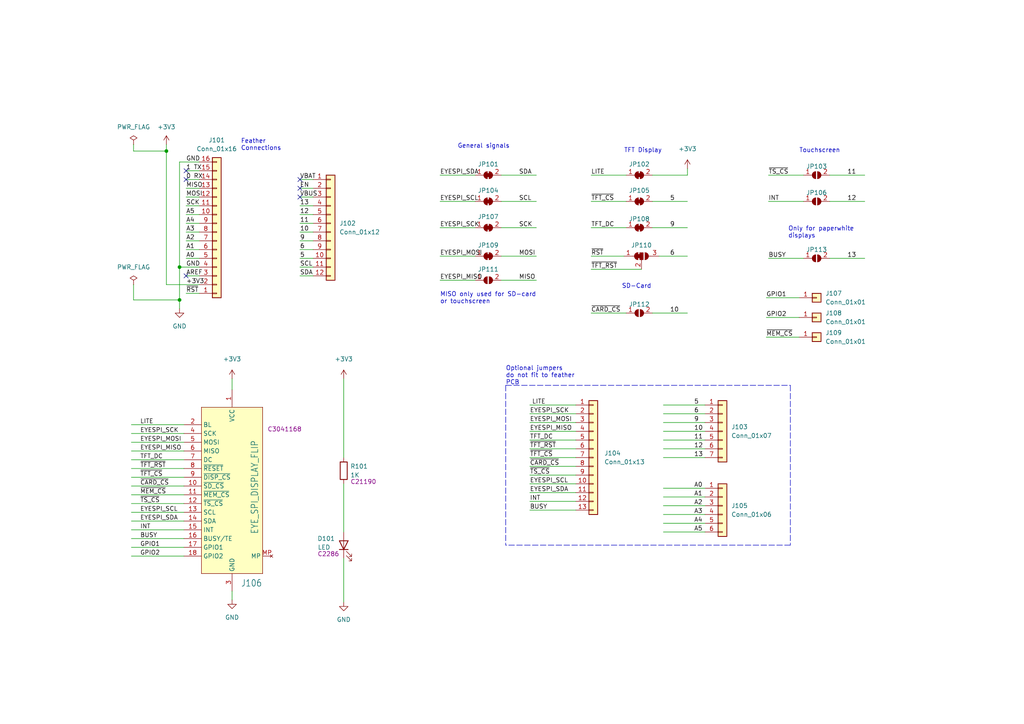
<source format=kicad_sch>
(kicad_sch (version 20211123) (generator eeschema)
  (paper "A4")
  (title_block (title "EYESPI Feather Wing") (date "2023-01-01") (rev "1.0") (company "Resterampe Berlin") (comment 3 "https://creativecommons.org/licenses/by-nc/4.0") (comment 4 "License CC BY-NC 4.0"))
  (lib_symbols
    (symbol "Connector_Generic:Conn_01x01" (pin_names (offset 1.016) hide)
      (property "Reference" "J" (at 0 2.54 0))
      (property "Value" "Conn_01x01" (at 0 -2.54 0))
      (symbol "Conn_01x01_1_1"
        (rectangle (start -1.27 0.127) (end 0 -0.127) (stroke (width 0.1524)))
        (rectangle (start -1.27 1.27) (end 1.27 -1.27) (stroke (width 0.254)) (fill (type background)))
        (pin passive line (at -5.08 0 0) (length 3.81) (name "Pin_1") (number "1"))
      )
    )
    (symbol "Connector_Generic:Conn_01x06" (pin_names (offset 1.016) hide)
      (property "Reference" "J" (at 0 7.62 0))
      (property "Value" "Conn_01x06" (at 0 -10.16 0))
      (symbol "Conn_01x06_1_1"
        (rectangle (start -1.27 -7.493) (end 0 -7.747) (stroke (width 0.1524)))
        (rectangle (start -1.27 -4.953) (end 0 -5.207) (stroke (width 0.1524)))
        (rectangle (start -1.27 -2.413) (end 0 -2.667) (stroke (width 0.1524)))
        (rectangle (start -1.27 0.127) (end 0 -0.127) (stroke (width 0.1524)))
        (rectangle (start -1.27 2.667) (end 0 2.413) (stroke (width 0.1524)))
        (rectangle (start -1.27 5.207) (end 0 4.953) (stroke (width 0.1524)))
        (rectangle (start -1.27 6.35) (end 1.27 -8.89) (stroke (width 0.254)) (fill (type background)))
        (pin passive line (at -5.08 5.08 0) (length 3.81) (name "Pin_1") (number "1"))
        (pin passive line (at -5.08 2.54 0) (length 3.81) (name "Pin_2") (number "2"))
        (pin passive line (at -5.08 0 0) (length 3.81) (name "Pin_3") (number "3"))
        (pin passive line (at -5.08 -2.54 0) (length 3.81) (name "Pin_4") (number "4"))
        (pin passive line (at -5.08 -5.08 0) (length 3.81) (name "Pin_5") (number "5"))
        (pin passive line (at -5.08 -7.62 0) (length 3.81) (name "Pin_6") (number "6"))
      )
    )
    (symbol "Connector_Generic:Conn_01x07" (pin_names (offset 1.016) hide)
      (property "Reference" "J" (at 0 10.16 0))
      (property "Value" "Conn_01x07" (at 0 -10.16 0))
      (symbol "Conn_01x07_1_1"
        (rectangle (start -1.27 -7.493) (end 0 -7.747) (stroke (width 0.1524)))
        (rectangle (start -1.27 -4.953) (end 0 -5.207) (stroke (width 0.1524)))
        (rectangle (start -1.27 -2.413) (end 0 -2.667) (stroke (width 0.1524)))
        (rectangle (start -1.27 0.127) (end 0 -0.127) (stroke (width 0.1524)))
        (rectangle (start -1.27 2.667) (end 0 2.413) (stroke (width 0.1524)))
        (rectangle (start -1.27 5.207) (end 0 4.953) (stroke (width 0.1524)))
        (rectangle (start -1.27 7.747) (end 0 7.493) (stroke (width 0.1524)))
        (rectangle (start -1.27 8.89) (end 1.27 -8.89) (stroke (width 0.254)) (fill (type background)))
        (pin passive line (at -5.08 7.62 0) (length 3.81) (name "Pin_1") (number "1"))
        (pin passive line (at -5.08 5.08 0) (length 3.81) (name "Pin_2") (number "2"))
        (pin passive line (at -5.08 2.54 0) (length 3.81) (name "Pin_3") (number "3"))
        (pin passive line (at -5.08 0 0) (length 3.81) (name "Pin_4") (number "4"))
        (pin passive line (at -5.08 -2.54 0) (length 3.81) (name "Pin_5") (number "5"))
        (pin passive line (at -5.08 -5.08 0) (length 3.81) (name "Pin_6") (number "6"))
        (pin passive line (at -5.08 -7.62 0) (length 3.81) (name "Pin_7") (number "7"))
      )
    )
    (symbol "Connector_Generic:Conn_01x12" (pin_names (offset 1.016) hide)
      (property "Reference" "J" (at 0 15.24 0))
      (property "Value" "Conn_01x12" (at 0 -17.78 0))
      (symbol "Conn_01x12_1_1"
        (rectangle (start -1.27 -15.113) (end 0 -15.367) (stroke (width 0.1524)))
        (rectangle (start -1.27 -12.573) (end 0 -12.827) (stroke (width 0.1524)))
        (rectangle (start -1.27 -10.033) (end 0 -10.287) (stroke (width 0.1524)))
        (rectangle (start -1.27 -7.493) (end 0 -7.747) (stroke (width 0.1524)))
        (rectangle (start -1.27 -4.953) (end 0 -5.207) (stroke (width 0.1524)))
        (rectangle (start -1.27 -2.413) (end 0 -2.667) (stroke (width 0.1524)))
        (rectangle (start -1.27 0.127) (end 0 -0.127) (stroke (width 0.1524)))
        (rectangle (start -1.27 2.667) (end 0 2.413) (stroke (width 0.1524)))
        (rectangle (start -1.27 5.207) (end 0 4.953) (stroke (width 0.1524)))
        (rectangle (start -1.27 7.747) (end 0 7.493) (stroke (width 0.1524)))
        (rectangle (start -1.27 10.287) (end 0 10.033) (stroke (width 0.1524)))
        (rectangle (start -1.27 12.827) (end 0 12.573) (stroke (width 0.1524)))
        (rectangle (start -1.27 13.97) (end 1.27 -16.51) (stroke (width 0.254)) (fill (type background)))
        (pin passive line (at -5.08 12.7 0) (length 3.81) (name "Pin_1") (number "1"))
        (pin passive line (at -5.08 -10.16 0) (length 3.81) (name "Pin_10") (number "10"))
        (pin passive line (at -5.08 -12.7 0) (length 3.81) (name "Pin_11") (number "11"))
        (pin passive line (at -5.08 -15.24 0) (length 3.81) (name "Pin_12") (number "12"))
        (pin passive line (at -5.08 10.16 0) (length 3.81) (name "Pin_2") (number "2"))
        (pin passive line (at -5.08 7.62 0) (length 3.81) (name "Pin_3") (number "3"))
        (pin passive line (at -5.08 5.08 0) (length 3.81) (name "Pin_4") (number "4"))
        (pin passive line (at -5.08 2.54 0) (length 3.81) (name "Pin_5") (number "5"))
        (pin passive line (at -5.08 0 0) (length 3.81) (name "Pin_6") (number "6"))
        (pin passive line (at -5.08 -2.54 0) (length 3.81) (name "Pin_7") (number "7"))
        (pin passive line (at -5.08 -5.08 0) (length 3.81) (name "Pin_8") (number "8"))
        (pin passive line (at -5.08 -7.62 0) (length 3.81) (name "Pin_9") (number "9"))
      )
    )
    (symbol "Connector_Generic:Conn_01x13" (pin_names (offset 1.016) hide)
      (property "Reference" "J" (at 0 17.78 0))
      (property "Value" "Conn_01x13" (at 0 -17.78 0))
      (symbol "Conn_01x13_1_1"
        (rectangle (start -1.27 -15.113) (end 0 -15.367) (stroke (width 0.1524)))
        (rectangle (start -1.27 -12.573) (end 0 -12.827) (stroke (width 0.1524)))
        (rectangle (start -1.27 -10.033) (end 0 -10.287) (stroke (width 0.1524)))
        (rectangle (start -1.27 -7.493) (end 0 -7.747) (stroke (width 0.1524)))
        (rectangle (start -1.27 -4.953) (end 0 -5.207) (stroke (width 0.1524)))
        (rectangle (start -1.27 -2.413) (end 0 -2.667) (stroke (width 0.1524)))
        (rectangle (start -1.27 0.127) (end 0 -0.127) (stroke (width 0.1524)))
        (rectangle (start -1.27 2.667) (end 0 2.413) (stroke (width 0.1524)))
        (rectangle (start -1.27 5.207) (end 0 4.953) (stroke (width 0.1524)))
        (rectangle (start -1.27 7.747) (end 0 7.493) (stroke (width 0.1524)))
        (rectangle (start -1.27 10.287) (end 0 10.033) (stroke (width 0.1524)))
        (rectangle (start -1.27 12.827) (end 0 12.573) (stroke (width 0.1524)))
        (rectangle (start -1.27 15.367) (end 0 15.113) (stroke (width 0.1524)))
        (rectangle (start -1.27 16.51) (end 1.27 -16.51) (stroke (width 0.254)) (fill (type background)))
        (pin passive line (at -5.08 15.24 0) (length 3.81) (name "Pin_1") (number "1"))
        (pin passive line (at -5.08 -7.62 0) (length 3.81) (name "Pin_10") (number "10"))
        (pin passive line (at -5.08 -10.16 0) (length 3.81) (name "Pin_11") (number "11"))
        (pin passive line (at -5.08 -12.7 0) (length 3.81) (name "Pin_12") (number "12"))
        (pin passive line (at -5.08 -15.24 0) (length 3.81) (name "Pin_13") (number "13"))
        (pin passive line (at -5.08 12.7 0) (length 3.81) (name "Pin_2") (number "2"))
        (pin passive line (at -5.08 10.16 0) (length 3.81) (name "Pin_3") (number "3"))
        (pin passive line (at -5.08 7.62 0) (length 3.81) (name "Pin_4") (number "4"))
        (pin passive line (at -5.08 5.08 0) (length 3.81) (name "Pin_5") (number "5"))
        (pin passive line (at -5.08 2.54 0) (length 3.81) (name "Pin_6") (number "6"))
        (pin passive line (at -5.08 0 0) (length 3.81) (name "Pin_7") (number "7"))
        (pin passive line (at -5.08 -2.54 0) (length 3.81) (name "Pin_8") (number "8"))
        (pin passive line (at -5.08 -5.08 0) (length 3.81) (name "Pin_9") (number "9"))
      )
    )
    (symbol "Connector_Generic:Conn_01x16" (pin_names (offset 1.016) hide)
      (property "Reference" "J" (at 0 20.32 0))
      (property "Value" "Conn_01x16" (at 0 -22.86 0))
      (symbol "Conn_01x16_1_1"
        (rectangle (start -1.27 -20.193) (end 0 -20.447) (stroke (width 0.1524)))
        (rectangle (start -1.27 -17.653) (end 0 -17.907) (stroke (width 0.1524)))
        (rectangle (start -1.27 -15.113) (end 0 -15.367) (stroke (width 0.1524)))
        (rectangle (start -1.27 -12.573) (end 0 -12.827) (stroke (width 0.1524)))
        (rectangle (start -1.27 -10.033) (end 0 -10.287) (stroke (width 0.1524)))
        (rectangle (start -1.27 -7.493) (end 0 -7.747) (stroke (width 0.1524)))
        (rectangle (start -1.27 -4.953) (end 0 -5.207) (stroke (width 0.1524)))
        (rectangle (start -1.27 -2.413) (end 0 -2.667) (stroke (width 0.1524)))
        (rectangle (start -1.27 0.127) (end 0 -0.127) (stroke (width 0.1524)))
        (rectangle (start -1.27 2.667) (end 0 2.413) (stroke (width 0.1524)))
        (rectangle (start -1.27 5.207) (end 0 4.953) (stroke (width 0.1524)))
        (rectangle (start -1.27 7.747) (end 0 7.493) (stroke (width 0.1524)))
        (rectangle (start -1.27 10.287) (end 0 10.033) (stroke (width 0.1524)))
        (rectangle (start -1.27 12.827) (end 0 12.573) (stroke (width 0.1524)))
        (rectangle (start -1.27 15.367) (end 0 15.113) (stroke (width 0.1524)))
        (rectangle (start -1.27 17.907) (end 0 17.653) (stroke (width 0.1524)))
        (rectangle (start -1.27 19.05) (end 1.27 -21.59) (stroke (width 0.254)) (fill (type background)))
        (pin passive line (at -5.08 17.78 0) (length 3.81) (name "Pin_1") (number "1"))
        (pin passive line (at -5.08 -5.08 0) (length 3.81) (name "Pin_10") (number "10"))
        (pin passive line (at -5.08 -7.62 0) (length 3.81) (name "Pin_11") (number "11"))
        (pin passive line (at -5.08 -10.16 0) (length 3.81) (name "Pin_12") (number "12"))
        (pin passive line (at -5.08 -12.7 0) (length 3.81) (name "Pin_13") (number "13"))
        (pin passive line (at -5.08 -15.24 0) (length 3.81) (name "Pin_14") (number "14"))
        (pin passive line (at -5.08 -17.78 0) (length 3.81) (name "Pin_15") (number "15"))
        (pin passive line (at -5.08 -20.32 0) (length 3.81) (name "Pin_16") (number "16"))
        (pin passive line (at -5.08 15.24 0) (length 3.81) (name "Pin_2") (number "2"))
        (pin passive line (at -5.08 12.7 0) (length 3.81) (name "Pin_3") (number "3"))
        (pin passive line (at -5.08 10.16 0) (length 3.81) (name "Pin_4") (number "4"))
        (pin passive line (at -5.08 7.62 0) (length 3.81) (name "Pin_5") (number "5"))
        (pin passive line (at -5.08 5.08 0) (length 3.81) (name "Pin_6") (number "6"))
        (pin passive line (at -5.08 2.54 0) (length 3.81) (name "Pin_7") (number "7"))
        (pin passive line (at -5.08 0 0) (length 3.81) (name "Pin_8") (number "8"))
        (pin passive line (at -5.08 -2.54 0) (length 3.81) (name "Pin_9") (number "9"))
      )
    )
    (symbol "Device:LED" (pin_numbers hide) (pin_names (offset 1.016) hide)
      (property "Reference" "D" (at 0 2.54 0))
      (property "Value" "LED" (at 0 -2.54 0))
      (symbol "LED_0_1"
        (polyline (pts (xy -1.27 -1.27) (xy -1.27 1.27)) (stroke (width 0.254)))
        (polyline (pts (xy -1.27 0) (xy 1.27 0)))
        (polyline (pts (xy 1.27 -1.27) (xy 1.27 1.27) (xy -1.27 0) (xy 1.27 -1.27)) (stroke (width 0.254)))
        (polyline (pts (xy -3.048 -0.762) (xy -4.572 -2.286) (xy -3.81 -2.286) (xy -4.572 -2.286) (xy -4.572 -1.524)))
        (polyline (pts (xy -1.778 -0.762) (xy -3.302 -2.286) (xy -2.54 -2.286) (xy -3.302 -2.286) (xy -3.302 -1.524)))
      )
      (symbol "LED_1_1"
        (pin passive line (at -3.81 0 0) (length 2.54) (name "K") (number "1"))
        (pin passive line (at 3.81 0 180) (length 2.54) (name "A") (number "2"))
      )
    )
    (symbol "Device:R" (pin_numbers hide) (pin_names (offset 0))
      (property "Reference" "R" (at 2.032 0 90))
      (property "Value" "R" (at 0 0 90))
      (symbol "R_0_1"
        (rectangle (start -1.016 -2.54) (end 1.016 2.54) (stroke (width 0.254)))
      )
      (symbol "R_1_1"
        (pin passive line (at 0 3.81 270) (length 1.27) (name "~") (number "1"))
        (pin passive line (at 0 -3.81 90) (length 1.27) (name "~") (number "2"))
      )
    )
    (symbol "Jumper:SolderJumper_2_Bridged" (pin_names (offset 0) hide)
      (property "Reference" "JP" (at 0 2.032 0))
      (property "Value" "SolderJumper_2_Bridged" (at 0 -2.54 0))
      (symbol "SolderJumper_2_Bridged_0_1"
        (rectangle (start -0.508 0.508) (end 0.508 -0.508) (fill (type outline)))
        (arc (start -0.254 1.016) (mid -1.27 0) (end -0.254 -1.016))
        (arc (start -0.254 1.016) (mid -1.27 0) (end -0.254 -1.016) (fill (type outline)))
        (polyline (pts (xy -0.254 1.016) (xy -0.254 -1.016)))
        (polyline (pts (xy 0.254 1.016) (xy 0.254 -1.016)))
        (arc (start 0.254 -1.016) (mid 1.27 0) (end 0.254 1.016))
        (arc (start 0.254 -1.016) (mid 1.27 0) (end 0.254 1.016) (fill (type outline)))
      )
      (symbol "SolderJumper_2_Bridged_1_1"
        (pin passive line (at -3.81 0 0) (length 2.54) (name "A") (number "1"))
        (pin passive line (at 3.81 0 180) (length 2.54) (name "B") (number "2"))
      )
    )
    (symbol "Jumper:SolderJumper_2_Open" (pin_names (offset 0) hide)
      (property "Reference" "JP" (at 0 2.032 0))
      (property "Value" "SolderJumper_2_Open" (at 0 -2.54 0))
      (symbol "SolderJumper_2_Open_0_1"
        (arc (start -0.254 1.016) (mid -1.27 0) (end -0.254 -1.016))
        (arc (start -0.254 1.016) (mid -1.27 0) (end -0.254 -1.016) (fill (type outline)))
        (polyline (pts (xy -0.254 1.016) (xy -0.254 -1.016)))
        (polyline (pts (xy 0.254 1.016) (xy 0.254 -1.016)))
        (arc (start 0.254 -1.016) (mid 1.27 0) (end 0.254 1.016))
        (arc (start 0.254 -1.016) (mid 1.27 0) (end 0.254 1.016) (fill (type outline)))
      )
      (symbol "SolderJumper_2_Open_1_1"
        (pin passive line (at -3.81 0 0) (length 2.54) (name "A") (number "1"))
        (pin passive line (at 3.81 0 180) (length 2.54) (name "B") (number "2"))
      )
    )
    (symbol "Jumper:SolderJumper_3_Bridged12" (pin_names (offset 0) hide)
      (property "Reference" "JP" (at -2.54 -2.54 0))
      (property "Value" "SolderJumper_3_Bridged12" (at 0 2.794 0))
      (symbol "SolderJumper_3_Bridged12_0_1"
        (rectangle (start -1.016 0.508) (end -0.508 -0.508) (fill (type outline)))
        (arc (start -1.016 1.016) (mid -2.032 0) (end -1.016 -1.016))
        (arc (start -1.016 1.016) (mid -2.032 0) (end -1.016 -1.016) (fill (type outline)))
        (rectangle (start -0.508 1.016) (end 0.508 -1.016) (fill (type outline)))
        (polyline (pts (xy -2.54 0) (xy -2.032 0)))
        (polyline (pts (xy -1.016 1.016) (xy -1.016 -1.016)))
        (polyline (pts (xy 0 -1.27) (xy 0 -1.016)))
        (polyline (pts (xy 1.016 1.016) (xy 1.016 -1.016)))
        (polyline (pts (xy 2.54 0) (xy 2.032 0)))
        (arc (start 1.016 -1.016) (mid 2.032 0) (end 1.016 1.016))
        (arc (start 1.016 -1.016) (mid 2.032 0) (end 1.016 1.016) (fill (type outline)))
      )
      (symbol "SolderJumper_3_Bridged12_1_1"
        (pin passive line (at -5.08 0 0) (length 2.54) (name "A") (number "1"))
        (pin passive line (at 0 -3.81 90) (length 2.54) (name "C") (number "2"))
        (pin passive line (at 5.08 0 180) (length 2.54) (name "B") (number "3"))
      )
    )
    (symbol "Resterampe:EYE_SPI_DISPLAY_FLIP"
      (property "Reference" "J" (at 10.16 19.05 0))
      (property "Value" "EYE_SPI_DISPLAY_FLIP" (at 7.62 -13.97 90))
      (property "LCSC" "C3041168" (at 15.24 16.51 0))
      (symbol "EYE_SPI_DISPLAY_FLIP_0_1"
        (rectangle (start -8.89 22.86) (end 8.89 -25.4) (fill (type background)))
      )
      (symbol "EYE_SPI_DISPLAY_FLIP_1_0"
        (pin power_in line (at 0 27.94 270) (length 5.08) (name "VCC") (number "1"))
        (pin input line (at -13.97 0 0) (length 5.08) (name "~{SD_CS}") (number "10"))
        (pin input line (at -13.97 -2.54 0) (length 5.08) (name "~{MEM_CS}") (number "11"))
        (pin input line (at -13.97 -5.08 0) (length 5.08) (name "~{TS_CS}") (number "12"))
        (pin input line (at -13.97 -7.62 0) (length 5.08) (name "SCL") (number "13"))
        (pin bidirectional line (at -13.97 -10.16 0) (length 5.08) (name "SDA") (number "14"))
        (pin output line (at -13.97 -12.7 0) (length 5.08) (name "INT") (number "15"))
        (pin output line (at -13.97 -15.24 0) (length 5.08) (name "BUSY/TE") (number "16"))
        (pin passive line (at -13.97 -17.78 0) (length 5.08) (name "GPIO1") (number "17"))
        (pin passive line (at -13.97 -20.32 0) (length 5.08) (name "GPIO2") (number "18"))
        (pin input line (at -13.97 17.78 0) (length 5.08) (name "BL") (number "2"))
        (pin power_in line (at 0 -30.48 90) (length 5.08) (name "GND") (number "3"))
        (pin input line (at -13.97 15.24 0) (length 5.08) (name "SCK") (number "4"))
        (pin input line (at -13.97 12.7 0) (length 5.08) (name "MOSI") (number "5"))
        (pin tri_state line (at -13.97 10.16 0) (length 5.08) (name "MISO") (number "6"))
        (pin input line (at -13.97 7.62 0) (length 5.08) (name "DC") (number "7"))
        (pin input line (at -13.97 5.08 0) (length 5.08) (name "~{RESET}") (number "8"))
        (pin input line (at -13.97 2.54 0) (length 5.08) (name "~{DISP_CS}") (number "9"))
      )
      (symbol "EYE_SPI_DISPLAY_FLIP_1_1"
        (pin no_connect line (at 11.43 -20.32 180) (length 2.54) (name "MP") (number "MP"))
      )
    )
    (symbol "power:+3V3" (power) (pin_names (offset 0))
      (property "Value" "+3V3" (at 0 3.556 0))
      (symbol "+3V3_0_1"
        (polyline (pts (xy -0.762 1.27) (xy 0 2.54)))
        (polyline (pts (xy 0 0) (xy 0 2.54)))
        (polyline (pts (xy 0 2.54) (xy 0.762 1.27)))
      )
      (symbol "+3V3_1_1"
        (pin power_in line (at 0 0 90) (length 0) hide (name "+3V3") (number "1"))
      )
    )
    (symbol "power:GND" (power) (pin_names (offset 0))
      (property "Value" "GND" (at 0 -3.81 0))
      (symbol "GND_0_1"
        (polyline (pts (xy 0 0) (xy 0 -1.27) (xy 1.27 -1.27) (xy 0 -2.54) (xy -1.27 -1.27) (xy 0 -1.27)))
      )
      (symbol "GND_1_1"
        (pin power_in line (at 0 0 270) (length 0) hide (name "GND") (number "1"))
      )
    )
    (symbol "power:PWR_FLAG" (power) (pin_numbers hide) (pin_names (offset 0) hide)
      (property "Value" "PWR_FLAG" (at 0 3.81 0))
      (symbol "PWR_FLAG_0_0"
        (pin power_out line (at 0 0 90) (length 0) (name "pwr") (number "1"))
      )
      (symbol "PWR_FLAG_0_1"
        (polyline (pts (xy 0 0) (xy 0 1.27) (xy -1.016 1.905) (xy 0 2.54) (xy 1.016 1.905) (xy 0 1.27)))
      )
    )
  )
  (junction (at 48.26 43.815))
  (junction (at 52.07 86.995))
  (junction (at 52.07 77.47))
  (no_connect (at 53.975 80.01))
  (no_connect (at 86.995 57.15))
  (no_connect (at 53.975 49.53))
  (no_connect (at 53.975 52.07))
  (no_connect (at 86.995 54.61))
  (no_connect (at 86.995 52.07))
  (wire (pts (xy 189.23 58.42) (xy 199.39 58.42)))
  (wire (pts (xy 189.23 50.8) (xy 199.39 50.8)))
  (wire (pts (xy 53.34 161.29) (xy 38.1 161.29)))
  (wire (pts (xy 53.34 153.67) (xy 38.1 153.67)))
  (wire (pts (xy 48.26 41.91) (xy 48.26 43.815)))
  (wire (pts (xy 153.67 137.795) (xy 167.005 137.795)))
  (wire (pts (xy 99.695 161.925) (xy 99.695 174.625)))
  (wire (pts (xy 53.975 72.39) (xy 57.785 72.39)))
  (wire (pts (xy 222.885 50.8) (xy 233.045 50.8)))
  (wire (pts (xy 53.975 85.09) (xy 57.785 85.09)))
  (wire (pts (xy 53.975 52.07) (xy 57.785 52.07)))
  (wire (pts (xy 86.995 57.15) (xy 90.805 57.15)))
  (wire (pts (xy 38.735 41.91) (xy 38.735 43.815)))
  (wire (pts (xy 127.635 66.04) (xy 137.795 66.04)))
  (wire (pts (xy 53.975 80.01) (xy 57.785 80.01)))
  (wire (pts (xy 38.735 43.815) (xy 48.26 43.815)))
  (wire (pts (xy 240.665 58.42) (xy 250.825 58.42)))
  (wire (pts (xy 127.635 50.8) (xy 137.795 50.8)))
  (wire (pts (xy 86.995 80.01) (xy 90.805 80.01)))
  (wire (pts (xy 38.1 138.43) (xy 53.34 138.43)))
  (wire (pts (xy 86.995 67.31) (xy 90.805 67.31)))
  (wire (pts (xy 48.26 43.815) (xy 48.26 82.55)))
  (wire (pts (xy 153.67 117.475) (xy 167.005 117.475)))
  (wire (pts (xy 48.26 82.55) (xy 57.785 82.55)))
  (wire (pts (xy 145.415 81.28) (xy 155.575 81.28)))
  (wire (pts (xy 153.67 132.715) (xy 167.005 132.715)))
  (wire (pts (xy 67.31 109.855) (xy 67.31 113.03)))
  (wire (pts (xy 192.405 122.555) (xy 204.47 122.555)))
  (wire (pts (xy 127.635 74.295) (xy 137.795 74.295)))
  (wire (pts (xy 191.135 74.295) (xy 199.39 74.295)))
  (wire (pts (xy 86.995 62.23) (xy 90.805 62.23)))
  (wire (pts (xy 153.67 130.175) (xy 167.005 130.175)))
  (wire (pts (xy 53.34 123.19) (xy 38.1 123.19)))
  (wire (pts (xy 192.405 144.145) (xy 204.47 144.145)))
  (wire (pts (xy 86.995 74.93) (xy 90.805 74.93)))
  (wire (pts (xy 171.45 78.105) (xy 186.055 78.105)))
  (wire (pts (xy 127.635 81.28) (xy 137.795 81.28)))
  (wire (pts (xy 86.995 77.47) (xy 90.805 77.47)))
  (wire (pts (xy 171.45 90.805) (xy 181.61 90.805)))
  (wire (pts (xy 53.34 148.59) (xy 38.1 148.59)))
  (wire (pts (xy 52.07 77.47) (xy 52.07 86.995)))
  (polyline (pts (xy 146.685 111.76) (xy 229.235 111.76)))
  (wire (pts (xy 171.45 50.8) (xy 181.61 50.8)))
  (wire (pts (xy 53.975 49.53) (xy 57.785 49.53)))
  (wire (pts (xy 145.415 58.42) (xy 155.575 58.42)))
  (wire (pts (xy 192.405 151.765) (xy 204.47 151.765)))
  (wire (pts (xy 171.45 58.42) (xy 181.61 58.42)))
  (wire (pts (xy 145.415 66.04) (xy 155.575 66.04)))
  (wire (pts (xy 52.07 86.995) (xy 38.735 86.995)))
  (wire (pts (xy 38.1 151.13) (xy 53.34 151.13)))
  (wire (pts (xy 67.31 171.45) (xy 67.31 173.99)))
  (wire (pts (xy 222.25 97.79) (xy 231.775 97.79)))
  (wire (pts (xy 86.995 69.85) (xy 90.805 69.85)))
  (wire (pts (xy 38.735 82.55) (xy 38.735 86.995)))
  (polyline (pts (xy 229.235 111.76) (xy 229.235 158.115)))
  (wire (pts (xy 192.405 154.305) (xy 204.47 154.305)))
  (wire (pts (xy 153.67 125.095) (xy 167.005 125.095)))
  (wire (pts (xy 222.885 58.42) (xy 233.045 58.42)))
  (wire (pts (xy 189.23 66.04) (xy 199.39 66.04)))
  (wire (pts (xy 192.405 141.605) (xy 204.47 141.605)))
  (wire (pts (xy 53.975 54.61) (xy 57.785 54.61)))
  (wire (pts (xy 53.975 74.93) (xy 57.785 74.93)))
  (wire (pts (xy 53.34 135.89) (xy 38.1 135.89)))
  (wire (pts (xy 192.405 127.635) (xy 204.47 127.635)))
  (wire (pts (xy 240.665 50.8) (xy 250.825 50.8)))
  (wire (pts (xy 192.405 146.685) (xy 204.47 146.685)))
  (wire (pts (xy 52.07 46.99) (xy 52.07 77.47)))
  (wire (pts (xy 38.1 130.81) (xy 53.34 130.81)))
  (wire (pts (xy 153.67 135.255) (xy 167.005 135.255)))
  (wire (pts (xy 192.405 120.015) (xy 204.47 120.015)))
  (wire (pts (xy 222.885 74.93) (xy 233.045 74.93)))
  (wire (pts (xy 53.34 128.27) (xy 38.1 128.27)))
  (wire (pts (xy 53.34 133.35) (xy 38.1 133.35)))
  (wire (pts (xy 192.405 125.095) (xy 204.47 125.095)))
  (wire (pts (xy 52.07 46.99) (xy 57.785 46.99)))
  (wire (pts (xy 86.995 72.39) (xy 90.805 72.39)))
  (wire (pts (xy 167.005 145.415) (xy 153.67 145.415)))
  (wire (pts (xy 53.975 69.85) (xy 57.785 69.85)))
  (wire (pts (xy 38.1 156.21) (xy 53.34 156.21)))
  (wire (pts (xy 153.67 122.555) (xy 167.005 122.555)))
  (wire (pts (xy 53.975 64.77) (xy 57.785 64.77)))
  (wire (pts (xy 99.695 109.855) (xy 99.695 132.715)))
  (wire (pts (xy 86.995 54.61) (xy 90.805 54.61)))
  (wire (pts (xy 153.67 120.015) (xy 167.005 120.015)))
  (wire (pts (xy 52.07 77.47) (xy 57.785 77.47)))
  (wire (pts (xy 53.34 158.75) (xy 38.1 158.75)))
  (wire (pts (xy 171.45 66.04) (xy 181.61 66.04)))
  (wire (pts (xy 222.25 92.075) (xy 231.775 92.075)))
  (wire (pts (xy 240.665 74.93) (xy 250.825 74.93)))
  (polyline (pts (xy 229.235 158.115) (xy 146.685 158.115)))
  (wire (pts (xy 189.23 90.805) (xy 199.39 90.805)))
  (wire (pts (xy 145.415 74.295) (xy 155.575 74.295)))
  (wire (pts (xy 153.67 127.635) (xy 167.005 127.635)))
  (wire (pts (xy 192.405 132.715) (xy 204.47 132.715)))
  (wire (pts (xy 53.34 140.97) (xy 38.1 140.97)))
  (wire (pts (xy 99.695 140.335) (xy 99.695 154.305)))
  (wire (pts (xy 53.975 67.31) (xy 57.785 67.31)))
  (wire (pts (xy 145.415 50.8) (xy 155.575 50.8)))
  (wire (pts (xy 52.07 86.995) (xy 52.07 89.535)))
  (polyline (pts (xy 146.685 111.76) (xy 146.685 158.115)))
  (wire (pts (xy 192.405 149.225) (xy 204.47 149.225)))
  (wire (pts (xy 53.975 62.23) (xy 57.785 62.23)))
  (wire (pts (xy 199.39 48.895) (xy 199.39 50.8)))
  (wire (pts (xy 38.1 146.05) (xy 53.34 146.05)))
  (wire (pts (xy 153.67 147.955) (xy 167.005 147.955)))
  (wire (pts (xy 192.405 117.475) (xy 204.47 117.475)))
  (wire (pts (xy 86.995 59.69) (xy 90.805 59.69)))
  (wire (pts (xy 127.635 58.42) (xy 137.795 58.42)))
  (wire (pts (xy 86.995 52.07) (xy 90.805 52.07)))
  (wire (pts (xy 53.34 125.73) (xy 38.1 125.73)))
  (wire (pts (xy 192.405 130.175) (xy 204.47 130.175)))
  (wire (pts (xy 222.25 86.36) (xy 231.775 86.36)))
  (wire (pts (xy 153.67 140.335) (xy 167.005 140.335)))
  (wire (pts (xy 153.67 142.875) (xy 167.005 142.875)))
  (wire (pts (xy 86.995 64.77) (xy 90.805 64.77)))
  (wire (pts (xy 171.45 74.295) (xy 180.975 74.295)))
  (wire (pts (xy 53.975 57.15) (xy 57.785 57.15)))
  (wire (pts (xy 53.975 59.69) (xy 57.785 59.69)))
  (wire (pts (xy 53.34 143.51) (xy 38.1 143.51)))
  (text "General signals" (at 132.715 43.18 0) (effects (font (size 1.27 1.27)) (justify left bottom)))
  (text "MISO only used for SD-card \nor touchscreen\n" (at 127.635 88.265 0) (effects (font (size 1.27 1.27)) (justify left bottom)))
  (text "Touchscreen\n" (at 231.775 44.45 0) (effects (font (size 1.27 1.27)) (justify left bottom)))
  (text "TFT Display" (at 180.975 44.45 0) (effects (font (size 1.27 1.27)) (justify left bottom)))
  (text "Optional jumpers\ndo not fit to feather \nPCB" (at 146.685 111.76 0) (effects (font (size 1.27 1.27)) (justify left bottom)))
  (text "Only for paperwhite\ndisplays" (at 228.6 69.215 0) (effects (font (size 1.27 1.27)) (justify left bottom)))
  (text "SD-Card\n" (at 180.34 83.82 0) (effects (font (size 1.27 1.27)) (justify left bottom)))
  (text "Feather\nConnections" (at 69.85 43.815 0) (effects (font (size 1.27 1.27)) (justify left bottom)))
  (label "5" (at 201.295 117.475 0))
  (label "A0" (at 201.295 141.605 0))
  (label "EYESPI_SCK" (at 153.67 120.015 0))
  (label "~{CARD_CS}" (at 153.67 135.255 0))
  (label "10" (at 194.31 90.805 0))
  (label "A5" (at 53.975 62.23 0))
  (label "EYESPI_SDA" (at 153.67 142.875 0))
  (label "A2" (at 201.295 146.685 0))
  (label "11" (at 86.995 64.77 0))
  (label "EYESPI_MOSI" (at 127.635 74.295 0))
  (label "10" (at 201.295 125.095 0))
  (label "EYESPI_MOSI" (at 153.67 122.555 0))
  (label "LITE" (at 171.45 50.8 0))
  (label "EYESPI_SCL" (at 153.67 140.335 0))
  (label "~{MEM_CS}" (at 40.64 143.51 0) (effects (font (size 1.2446 1.2446))))
  (label "EYESPI_SCK" (at 40.64 125.73 0) (effects (font (size 1.2446 1.2446))))
  (label "BUSY" (at 40.64 156.21 0) (effects (font (size 1.2446 1.2446))))
  (label "1 TX" (at 53.975 49.53 0))
  (label "EYESPI_MOSI" (at 40.64 128.27 0) (effects (font (size 1.2446 1.2446))))
  (label "5" (at 194.31 58.42 0))
  (label "INT" (at 153.67 145.415 0))
  (label "SCL" (at 86.995 77.47 0))
  (label "~{TS_CS}" (at 222.885 50.8 0))
  (label "11" (at 245.745 50.8 0))
  (label "MOSI" (at 53.975 57.15 0))
  (label "TFT_DC" (at 40.64 133.35 0) (effects (font (size 1.2446 1.2446))))
  (label "MISO" (at 150.495 81.28 0))
  (label "~{CARD_CS}" (at 171.45 90.805 0))
  (label "9" (at 194.31 66.04 0))
  (label "~{CARD_CS}" (at 40.64 140.97 0) (effects (font (size 1.2446 1.2446))))
  (label "GPIO2" (at 222.25 92.075 0))
  (label "10" (at 86.995 67.31 0))
  (label "LITE" (at 40.64 123.19 0) (effects (font (size 1.2446 1.2446))))
  (label "~{TS_CS}" (at 153.67 137.795 0))
  (label "12" (at 86.995 62.23 0))
  (label "~{TFT_CS}" (at 153.67 132.715 0))
  (label "5" (at 86.995 74.93 0))
  (label "0 RX" (at 53.975 52.07 0))
  (label "A4" (at 53.975 64.77 0))
  (label "EYESPI_MISO" (at 127.635 81.28 0))
  (label "13" (at 245.745 74.93 0))
  (label "A0" (at 53.975 74.93 0))
  (label "13" (at 201.295 132.715 0))
  (label "EYESPI_SCL" (at 40.64 148.59 0) (effects (font (size 1.2446 1.2446))))
  (label "TFT_DC" (at 153.67 127.635 0))
  (label "6" (at 86.995 72.39 0))
  (label "MOSI" (at 150.495 74.295 0))
  (label "SDA" (at 86.995 80.01 0))
  (label "VBAT" (at 86.995 52.07 0))
  (label "~{TFT_RST}" (at 40.64 135.89 0) (effects (font (size 1.2446 1.2446))))
  (label "EYESPI_SDA" (at 127.635 50.8 0))
  (label "MISO" (at 53.975 54.61 0))
  (label "6" (at 194.31 74.295 0))
  (label "11" (at 201.295 127.635 0))
  (label "BUSY" (at 153.67 147.955 0))
  (label "~{TS_CS}" (at 40.64 146.05 0) (effects (font (size 1.2446 1.2446))))
  (label "EYESPI_MISO" (at 153.67 125.095 0))
  (label "SCK" (at 53.975 59.69 0))
  (label "EN" (at 86.995 54.61 0))
  (label "EYESPI_SCL" (at 127.635 58.42 0))
  (label "9" (at 86.995 69.85 0))
  (label "6" (at 201.295 120.015 0))
  (label "9" (at 201.295 122.555 0))
  (label "A5" (at 201.295 154.305 0))
  (label "INT" (at 40.64 153.67 0) (effects (font (size 1.2446 1.2446))))
  (label "~{TFT_CS}" (at 171.45 58.42 0))
  (label "EYESPI_MISO" (at 40.64 130.81 0) (effects (font (size 1.2446 1.2446))))
  (label "VBUS" (at 86.995 57.15 0))
  (label "EYESPI_SCK" (at 127.635 66.04 0))
  (label "+3V3" (at 53.975 82.55 0))
  (label "~{TFT_RST}" (at 153.67 130.175 0))
  (label "A2" (at 53.975 69.85 0))
  (label "12" (at 245.745 58.42 0))
  (label "A3" (at 201.295 149.225 0))
  (label "AREF" (at 53.975 80.01 0))
  (label "~{RST}" (at 53.975 85.09 0))
  (label "A1" (at 201.295 144.145 0))
  (label "~{RST}" (at 171.45 74.295 0))
  (label "SDA" (at 150.495 50.8 0))
  (label "GPIO2" (at 40.64 161.29 0) (effects (font (size 1.2446 1.2446))))
  (label "GPIO1" (at 222.25 86.36 0))
  (label "A4" (at 201.295 151.765 0))
  (label "SCL" (at 150.495 58.42 0))
  (label "BUSY" (at 222.885 74.93 0))
  (label "TFT_DC" (at 171.45 66.04 0))
  (label "~{MEM_CS}" (at 222.25 97.79 0))
  (label "12" (at 201.295 130.175 0))
  (label "LITE" (at 154.305 117.475 0))
  (label "13" (at 86.995 59.69 0))
  (label "INT" (at 222.885 58.42 0))
  (label "A3" (at 53.975 67.31 0))
  (label "EYESPI_SDA" (at 40.64 151.13 0) (effects (font (size 1.2446 1.2446))))
  (label "GPIO1" (at 40.64 158.75 0) (effects (font (size 1.2446 1.2446))))
  (label "GND" (at 53.975 46.99 0))
  (label "~{TFT_RST}" (at 171.45 78.105 0))
  (label "GND" (at 53.975 77.47 0))
  (label "SCK" (at 150.495 66.04 0))
  (label "~{TFT_CS}" (at 40.64 138.43 0) (effects (font (size 1.2446 1.2446))))
  (label "A1" (at 53.975 72.39 0))
  (symbol (lib_id "Resterampe:EYE_SPI_DISPLAY_FLIP") (at 67.31 140.97 0) (unit 1)
    (property "Reference" "J106" (at 69.85 170.18 0) (effects (font (size 1.9304 1.6408)) (justify left bottom)))
    (property "Value" "EYE_SPI_DISPLAY_FLIP" (at 74.93 154.94 90) (effects (font (size 1.9304 1.6408)) (justify left bottom)))
    (property "Footprint" "Connector_FFC-FPC:Hirose_FH12-18S-0.5SH_1x18-1MP_P0.50mm_Horizontal" (effects hide))
    (property "Datasheet" "https://learn.adafruit.com/adafruit-eyespi-breakout-board/pinouts" (effects hide))
    (property "LCSC" "C3041168" (at 82.55 124.46 0))
  )
  (symbol (lib_id "Connector_Generic:Conn_01x07") (at 209.55 125.095 0) (unit 1) (in_bom no) (on_board no)
    (property "Reference" "J103" (at 212.09 123.8249 0) (effects (justify left)))
    (property "Value" "Conn_01x07" (at 212.09 126.3649 0) (effects (justify left)))
    (property "Footprint" "Connector_PinHeader_2.54mm:PinHeader_1x07_P2.54mm_Vertical" (effects hide))
  )
  (symbol (lib_id "Jumper:SolderJumper_2_Bridged") (at 141.605 74.295 0) (unit 1)
    (property "Reference" "JP109" (at 141.605 71.12 0))
    (property "Value" "SolderJumper_2_Bridged" (effects hide))
    (property "Footprint" "Jumper:SolderJumper-2_P1.3mm_Bridged_Pad1.0x1.5mm" (effects hide))
  )
  (symbol (lib_id "power:+3V3") (at 48.26 41.91 0) (unit 1)
    (property "Reference" "#PWR0104" (effects hide))
    (property "Value" "+3V3" (at 48.26 36.83 0))
  )
  (symbol (lib_id "Connector_Generic:Conn_01x01") (at 236.855 97.79 0) (unit 1)
    (property "Reference" "J109" (at 239.395 96.5199 0) (effects (justify left)))
    (property "Value" "Conn_01x01" (at 239.395 99.0599 0) (effects (justify left)))
    (property "Footprint" "Connector_Wire:SolderWire-0.25sqmm_1x01_D0.65mm_OD1.7mm" (effects hide))
  )
  (symbol (lib_id "Connector_Generic:Conn_01x01") (at 236.855 92.075 0) (unit 1)
    (property "Reference" "J108" (at 239.395 90.8049 0) (effects (justify left)))
    (property "Value" "Conn_01x01" (at 239.395 93.3449 0) (effects (justify left)))
    (property "Footprint" "Connector_Wire:SolderWire-0.25sqmm_1x01_D0.65mm_OD1.7mm" (effects hide))
  )
  (symbol (lib_id "Jumper:SolderJumper_2_Bridged") (at 141.605 66.04 0) (unit 1)
    (property "Reference" "JP107" (at 141.605 62.865 0))
    (property "Value" "SolderJumper_2_Bridged" (effects hide))
    (property "Footprint" "Jumper:SolderJumper-2_P1.3mm_Bridged_Pad1.0x1.5mm" (effects hide))
  )
  (symbol (lib_id "Jumper:SolderJumper_2_Bridged") (at 185.42 50.8 0) (unit 1)
    (property "Reference" "JP102" (at 185.42 47.625 0))
    (property "Value" "SolderJumper_2_Bridged" (effects hide))
    (property "Footprint" "Jumper:SolderJumper-2_P1.3mm_Bridged_Pad1.0x1.5mm" (effects hide))
  )
  (symbol (lib_id "power:PWR_FLAG") (at 38.735 41.91 0) (mirror y) (unit 1)
    (property "Reference" "#FLG0102" (effects hide))
    (property "Value" "PWR_FLAG" (at 38.735 36.83 0))
  )
  (symbol (lib_id "Device:R") (at 99.695 136.525 0) (unit 1)
    (property "Reference" "R101" (at 101.6 135.2549 0) (effects (justify left)))
    (property "Value" "1K" (at 101.6 137.7949 0) (effects (justify left)))
    (property "Footprint" "Resistor_SMD:R_0603_1608Metric_Pad0.98x0.95mm_HandSolder" (effects hide))
    (property "LCSC" "C21190" (at 105.41 139.7 0))
  )
  (symbol (lib_id "Jumper:SolderJumper_2_Bridged") (at 141.605 50.8 0) (unit 1)
    (property "Reference" "JP101" (at 141.605 47.625 0))
    (property "Value" "SolderJumper_2_Bridged" (effects hide))
    (property "Footprint" "Jumper:SolderJumper-2_P1.3mm_Bridged_Pad1.0x1.5mm" (effects hide))
  )
  (symbol (lib_id "Jumper:SolderJumper_2_Open") (at 141.605 81.28 0) (unit 1)
    (property "Reference" "JP111" (at 141.605 78.105 0))
    (property "Value" "SolderJumper_2_Open" (effects hide))
    (property "Footprint" "Jumper:SolderJumper-2_P1.3mm_Open_Pad1.0x1.5mm" (effects hide))
  )
  (symbol (lib_id "Connector_Generic:Conn_01x16") (at 62.865 67.31 0) (mirror x) (unit 1)
    (property "Reference" "J101" (at 62.865 40.64 0))
    (property "Value" "Conn_01x16" (at 62.865 43.18 0))
    (property "Footprint" "Connector_PinHeader_2.54mm:PinHeader_1x16_P2.54mm_Vertical" (effects hide))
  )
  (symbol (lib_id "power:+3V3") (at 67.31 109.855 0) (unit 1)
    (property "Reference" "#PWR0101" (effects hide))
    (property "Value" "+3V3" (at 67.31 104.14 0))
  )
  (symbol (lib_id "Jumper:SolderJumper_2_Bridged") (at 141.605 58.42 0) (unit 1)
    (property "Reference" "JP104" (at 141.605 55.245 0))
    (property "Value" "SolderJumper_2_Bridged" (effects hide))
    (property "Footprint" "Jumper:SolderJumper-2_P1.3mm_Bridged_Pad1.0x1.5mm" (effects hide))
  )
  (symbol (lib_id "power:+3V3") (at 99.695 109.855 0) (unit 1)
    (property "Reference" "#PWR0105" (effects hide))
    (property "Value" "+3V3" (at 99.695 104.14 0))
  )
  (symbol (lib_id "Jumper:SolderJumper_2_Open") (at 185.42 90.805 0) (unit 1)
    (property "Reference" "JP112" (at 185.42 88.265 0))
    (property "Value" "SolderJumper_2_Open" (effects hide))
    (property "Footprint" "Jumper:SolderJumper-2_P1.3mm_Open_Pad1.0x1.5mm" (effects hide))
  )
  (symbol (lib_id "Jumper:SolderJumper_2_Bridged") (at 185.42 58.42 0) (unit 1)
    (property "Reference" "JP105" (at 185.42 55.245 0))
    (property "Value" "SolderJumper_2_Bridged" (effects hide))
    (property "Footprint" "Jumper:SolderJumper-2_P1.3mm_Bridged_Pad1.0x1.5mm" (effects hide))
  )
  (symbol (lib_id "Jumper:SolderJumper_2_Open") (at 236.855 74.93 0) (unit 1)
    (property "Reference" "JP113" (at 236.855 72.39 0))
    (property "Value" "SolderJumper_2_Open" (effects hide))
    (property "Footprint" "Jumper:SolderJumper-2_P1.3mm_Open_Pad1.0x1.5mm" (effects hide))
  )
  (symbol (lib_id "power:GND") (at 99.695 174.625 0) (unit 1)
    (property "Reference" "#PWR0107" (effects hide))
    (property "Value" "GND" (at 99.695 179.705 0))
  )
  (symbol (lib_id "Jumper:SolderJumper_2_Open") (at 236.855 50.8 0) (unit 1)
    (property "Reference" "JP103" (at 236.855 48.26 0))
    (property "Value" "SolderJumper_2_Open" (effects hide))
    (property "Footprint" "Jumper:SolderJumper-2_P1.3mm_Open_Pad1.0x1.5mm" (effects hide))
  )
  (symbol (lib_id "Jumper:SolderJumper_2_Bridged") (at 185.42 66.04 0) (unit 1)
    (property "Reference" "JP108" (at 185.42 63.5 0))
    (property "Value" "SolderJumper_2_Bridged" (effects hide))
    (property "Footprint" "Jumper:SolderJumper-2_P1.3mm_Bridged_Pad1.0x1.5mm" (effects hide))
  )
  (symbol (lib_id "Connector_Generic:Conn_01x01") (at 236.855 86.36 0) (unit 1)
    (property "Reference" "J107" (at 239.395 85.0899 0) (effects (justify left)))
    (property "Value" "Conn_01x01" (at 239.395 87.6299 0) (effects (justify left)))
    (property "Footprint" "Connector_Wire:SolderWire-0.25sqmm_1x01_D0.65mm_OD1.7mm" (effects hide))
  )
  (symbol (lib_id "Connector_Generic:Conn_01x12") (at 95.885 64.77 0) (unit 1)
    (property "Reference" "J102" (at 98.425 64.7699 0) (effects (justify left)))
    (property "Value" "Conn_01x12" (at 98.425 67.3099 0) (effects (justify left)))
    (property "Footprint" "Connector_PinHeader_2.54mm:PinHeader_1x12_P2.54mm_Vertical" (effects hide))
  )
  (symbol (lib_id "power:GND") (at 52.07 89.535 0) (unit 1)
    (property "Reference" "#PWR0103" (effects hide))
    (property "Value" "GND" (at 52.07 94.615 0))
  )
  (symbol (lib_id "power:PWR_FLAG") (at 38.735 82.55 0) (unit 1)
    (property "Reference" "#FLG0101" (effects hide))
    (property "Value" "PWR_FLAG" (at 38.735 77.47 0))
  )
  (symbol (lib_id "Device:LED") (at 99.695 158.115 90) (unit 1)
    (property "Reference" "D101" (at 94.615 156.21 90))
    (property "Value" "LED" (at 93.98 158.75 90))
    (property "Footprint" "LED_SMD:LED_0603_1608Metric_Pad1.05x0.95mm_HandSolder" (effects hide))
    (property "LCSC" "C2286" (at 95.25 160.655 90))
  )
  (symbol (lib_id "Jumper:SolderJumper_2_Open") (at 236.855 58.42 0) (unit 1)
    (property "Reference" "JP106" (at 236.855 55.88 0))
    (property "Value" "SolderJumper_2_Open" (effects hide))
    (property "Footprint" "Jumper:SolderJumper-2_P1.3mm_Open_Pad1.0x1.5mm" (effects hide))
  )
  (symbol (lib_id "Connector_Generic:Conn_01x13") (at 172.085 132.715 0) (unit 1) (in_bom no) (on_board no)
    (property "Reference" "J104" (at 175.26 131.4449 0) (effects (justify left)))
    (property "Value" "Conn_01x13" (at 175.26 133.9849 0) (effects (justify left)))
    (property "Footprint" "Connector_PinHeader_2.54mm:PinHeader_1x13_P2.54mm_Vertical" (effects hide))
  )
  (symbol (lib_id "Jumper:SolderJumper_3_Bridged12") (at 186.055 74.295 0) (unit 1)
    (property "Reference" "JP110" (at 186.055 71.12 0))
    (property "Value" "SolderJumper_3_Bridged12" (effects hide))
    (property "Footprint" "Jumper:SolderJumper-3_P1.3mm_Bridged12_Pad1.0x1.5mm_NumberLabels" (effects hide))
  )
  (symbol (lib_id "power:+3V3") (at 199.39 48.895 0) (unit 1)
    (property "Reference" "#PWR0102" (effects hide))
    (property "Value" "+3V3" (at 199.39 43.18 0))
  )
  (symbol (lib_id "power:GND") (at 67.31 173.99 0) (unit 1)
    (property "Reference" "#PWR0106" (effects hide))
    (property "Value" "GND" (at 67.31 179.07 0))
  )
  (symbol (lib_id "Connector_Generic:Conn_01x06") (at 209.55 146.685 0) (unit 1) (in_bom no) (on_board no)
    (property "Reference" "J105" (at 212.09 146.6849 0) (effects (justify left)))
    (property "Value" "Conn_01x06" (at 212.09 149.2249 0) (effects (justify left)))
    (property "Footprint" "Connector_PinHeader_2.54mm:PinHeader_1x06_P2.54mm_Vertical" (effects hide))
  )
)
</source>
